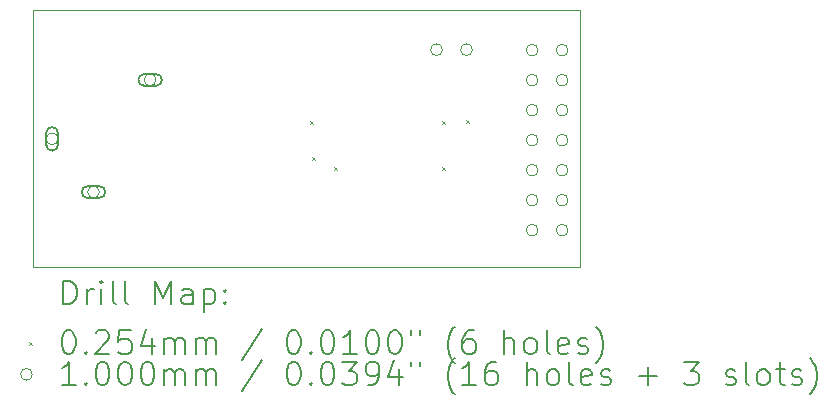
<source format=gbr>
%TF.GenerationSoftware,KiCad,Pcbnew,7.0.7*%
%TF.CreationDate,2023-09-21T17:56:14-04:00*%
%TF.ProjectId,Little_Master_Board,4c697474-6c65-45f4-9d61-737465725f42,rev?*%
%TF.SameCoordinates,Original*%
%TF.FileFunction,Drillmap*%
%TF.FilePolarity,Positive*%
%FSLAX45Y45*%
G04 Gerber Fmt 4.5, Leading zero omitted, Abs format (unit mm)*
G04 Created by KiCad (PCBNEW 7.0.7) date 2023-09-21 17:56:14*
%MOMM*%
%LPD*%
G01*
G04 APERTURE LIST*
%ADD10C,0.100000*%
%ADD11C,0.200000*%
%ADD12C,0.025400*%
G04 APERTURE END LIST*
D10*
X11170920Y-5821680D02*
X15798800Y-5821680D01*
X15798800Y-7995920D01*
X11170920Y-7995920D01*
X11170920Y-5821680D01*
D11*
D12*
X13512680Y-6756400D02*
X13538080Y-6781800D01*
X13538080Y-6756400D02*
X13512680Y-6781800D01*
X13530460Y-7066280D02*
X13555860Y-7091680D01*
X13555860Y-7066280D02*
X13530460Y-7091680D01*
X13715880Y-7152640D02*
X13741280Y-7178040D01*
X13741280Y-7152640D02*
X13715880Y-7178040D01*
X14630400Y-6760440D02*
X14655800Y-6785840D01*
X14655800Y-6760440D02*
X14630400Y-6785840D01*
X14630400Y-7150440D02*
X14655800Y-7175840D01*
X14655800Y-7150440D02*
X14630400Y-7175840D01*
X14833600Y-6753860D02*
X14859000Y-6779260D01*
X14859000Y-6753860D02*
X14833600Y-6779260D01*
D10*
X11383480Y-6911340D02*
G75*
G03*
X11383480Y-6911340I-50000J0D01*
G01*
D11*
X11283480Y-6861340D02*
X11283480Y-6961340D01*
X11283480Y-6961340D02*
G75*
G03*
X11383480Y-6961340I50000J0D01*
G01*
X11383480Y-6961340D02*
X11383480Y-6861340D01*
X11383480Y-6861340D02*
G75*
G03*
X11283480Y-6861340I-50000J0D01*
G01*
D10*
X11733480Y-7361340D02*
G75*
G03*
X11733480Y-7361340I-50000J0D01*
G01*
D11*
X11633480Y-7411340D02*
X11733480Y-7411340D01*
X11733480Y-7411340D02*
G75*
G03*
X11733480Y-7311340I0J50000D01*
G01*
X11733480Y-7311340D02*
X11633480Y-7311340D01*
X11633480Y-7311340D02*
G75*
G03*
X11633480Y-7411340I0J-50000D01*
G01*
D10*
X12213480Y-6411340D02*
G75*
G03*
X12213480Y-6411340I-50000J0D01*
G01*
D11*
X12113480Y-6461340D02*
X12213480Y-6461340D01*
X12213480Y-6461340D02*
G75*
G03*
X12213480Y-6361340I0J50000D01*
G01*
X12213480Y-6361340D02*
X12113480Y-6361340D01*
X12113480Y-6361340D02*
G75*
G03*
X12113480Y-6461340I0J-50000D01*
G01*
D10*
X14637720Y-6156960D02*
G75*
G03*
X14637720Y-6156960I-50000J0D01*
G01*
X14891720Y-6156960D02*
G75*
G03*
X14891720Y-6156960I-50000J0D01*
G01*
X15447480Y-6159500D02*
G75*
G03*
X15447480Y-6159500I-50000J0D01*
G01*
X15447480Y-6413500D02*
G75*
G03*
X15447480Y-6413500I-50000J0D01*
G01*
X15447480Y-6667500D02*
G75*
G03*
X15447480Y-6667500I-50000J0D01*
G01*
X15447480Y-6921500D02*
G75*
G03*
X15447480Y-6921500I-50000J0D01*
G01*
X15447480Y-7175500D02*
G75*
G03*
X15447480Y-7175500I-50000J0D01*
G01*
X15447480Y-7429500D02*
G75*
G03*
X15447480Y-7429500I-50000J0D01*
G01*
X15447480Y-7683500D02*
G75*
G03*
X15447480Y-7683500I-50000J0D01*
G01*
X15701480Y-6159500D02*
G75*
G03*
X15701480Y-6159500I-50000J0D01*
G01*
X15701480Y-6413500D02*
G75*
G03*
X15701480Y-6413500I-50000J0D01*
G01*
X15701480Y-6667500D02*
G75*
G03*
X15701480Y-6667500I-50000J0D01*
G01*
X15701480Y-6921500D02*
G75*
G03*
X15701480Y-6921500I-50000J0D01*
G01*
X15701480Y-7175500D02*
G75*
G03*
X15701480Y-7175500I-50000J0D01*
G01*
X15701480Y-7429500D02*
G75*
G03*
X15701480Y-7429500I-50000J0D01*
G01*
X15701480Y-7683500D02*
G75*
G03*
X15701480Y-7683500I-50000J0D01*
G01*
D11*
X11426697Y-8312404D02*
X11426697Y-8112404D01*
X11426697Y-8112404D02*
X11474316Y-8112404D01*
X11474316Y-8112404D02*
X11502887Y-8121928D01*
X11502887Y-8121928D02*
X11521935Y-8140975D01*
X11521935Y-8140975D02*
X11531459Y-8160023D01*
X11531459Y-8160023D02*
X11540982Y-8198118D01*
X11540982Y-8198118D02*
X11540982Y-8226689D01*
X11540982Y-8226689D02*
X11531459Y-8264785D01*
X11531459Y-8264785D02*
X11521935Y-8283832D01*
X11521935Y-8283832D02*
X11502887Y-8302880D01*
X11502887Y-8302880D02*
X11474316Y-8312404D01*
X11474316Y-8312404D02*
X11426697Y-8312404D01*
X11626697Y-8312404D02*
X11626697Y-8179070D01*
X11626697Y-8217166D02*
X11636221Y-8198118D01*
X11636221Y-8198118D02*
X11645744Y-8188594D01*
X11645744Y-8188594D02*
X11664792Y-8179070D01*
X11664792Y-8179070D02*
X11683840Y-8179070D01*
X11750506Y-8312404D02*
X11750506Y-8179070D01*
X11750506Y-8112404D02*
X11740982Y-8121928D01*
X11740982Y-8121928D02*
X11750506Y-8131451D01*
X11750506Y-8131451D02*
X11760030Y-8121928D01*
X11760030Y-8121928D02*
X11750506Y-8112404D01*
X11750506Y-8112404D02*
X11750506Y-8131451D01*
X11874316Y-8312404D02*
X11855268Y-8302880D01*
X11855268Y-8302880D02*
X11845744Y-8283832D01*
X11845744Y-8283832D02*
X11845744Y-8112404D01*
X11979078Y-8312404D02*
X11960030Y-8302880D01*
X11960030Y-8302880D02*
X11950506Y-8283832D01*
X11950506Y-8283832D02*
X11950506Y-8112404D01*
X12207649Y-8312404D02*
X12207649Y-8112404D01*
X12207649Y-8112404D02*
X12274316Y-8255261D01*
X12274316Y-8255261D02*
X12340982Y-8112404D01*
X12340982Y-8112404D02*
X12340982Y-8312404D01*
X12521935Y-8312404D02*
X12521935Y-8207642D01*
X12521935Y-8207642D02*
X12512411Y-8188594D01*
X12512411Y-8188594D02*
X12493363Y-8179070D01*
X12493363Y-8179070D02*
X12455268Y-8179070D01*
X12455268Y-8179070D02*
X12436221Y-8188594D01*
X12521935Y-8302880D02*
X12502887Y-8312404D01*
X12502887Y-8312404D02*
X12455268Y-8312404D01*
X12455268Y-8312404D02*
X12436221Y-8302880D01*
X12436221Y-8302880D02*
X12426697Y-8283832D01*
X12426697Y-8283832D02*
X12426697Y-8264785D01*
X12426697Y-8264785D02*
X12436221Y-8245737D01*
X12436221Y-8245737D02*
X12455268Y-8236213D01*
X12455268Y-8236213D02*
X12502887Y-8236213D01*
X12502887Y-8236213D02*
X12521935Y-8226689D01*
X12617173Y-8179070D02*
X12617173Y-8379070D01*
X12617173Y-8188594D02*
X12636221Y-8179070D01*
X12636221Y-8179070D02*
X12674316Y-8179070D01*
X12674316Y-8179070D02*
X12693363Y-8188594D01*
X12693363Y-8188594D02*
X12702887Y-8198118D01*
X12702887Y-8198118D02*
X12712411Y-8217166D01*
X12712411Y-8217166D02*
X12712411Y-8274308D01*
X12712411Y-8274308D02*
X12702887Y-8293356D01*
X12702887Y-8293356D02*
X12693363Y-8302880D01*
X12693363Y-8302880D02*
X12674316Y-8312404D01*
X12674316Y-8312404D02*
X12636221Y-8312404D01*
X12636221Y-8312404D02*
X12617173Y-8302880D01*
X12798125Y-8293356D02*
X12807649Y-8302880D01*
X12807649Y-8302880D02*
X12798125Y-8312404D01*
X12798125Y-8312404D02*
X12788602Y-8302880D01*
X12788602Y-8302880D02*
X12798125Y-8293356D01*
X12798125Y-8293356D02*
X12798125Y-8312404D01*
X12798125Y-8188594D02*
X12807649Y-8198118D01*
X12807649Y-8198118D02*
X12798125Y-8207642D01*
X12798125Y-8207642D02*
X12788602Y-8198118D01*
X12788602Y-8198118D02*
X12798125Y-8188594D01*
X12798125Y-8188594D02*
X12798125Y-8207642D01*
D12*
X11140520Y-8628220D02*
X11165920Y-8653620D01*
X11165920Y-8628220D02*
X11140520Y-8653620D01*
D11*
X11464792Y-8532404D02*
X11483840Y-8532404D01*
X11483840Y-8532404D02*
X11502887Y-8541928D01*
X11502887Y-8541928D02*
X11512411Y-8551451D01*
X11512411Y-8551451D02*
X11521935Y-8570499D01*
X11521935Y-8570499D02*
X11531459Y-8608594D01*
X11531459Y-8608594D02*
X11531459Y-8656213D01*
X11531459Y-8656213D02*
X11521935Y-8694309D01*
X11521935Y-8694309D02*
X11512411Y-8713356D01*
X11512411Y-8713356D02*
X11502887Y-8722880D01*
X11502887Y-8722880D02*
X11483840Y-8732404D01*
X11483840Y-8732404D02*
X11464792Y-8732404D01*
X11464792Y-8732404D02*
X11445744Y-8722880D01*
X11445744Y-8722880D02*
X11436221Y-8713356D01*
X11436221Y-8713356D02*
X11426697Y-8694309D01*
X11426697Y-8694309D02*
X11417173Y-8656213D01*
X11417173Y-8656213D02*
X11417173Y-8608594D01*
X11417173Y-8608594D02*
X11426697Y-8570499D01*
X11426697Y-8570499D02*
X11436221Y-8551451D01*
X11436221Y-8551451D02*
X11445744Y-8541928D01*
X11445744Y-8541928D02*
X11464792Y-8532404D01*
X11617173Y-8713356D02*
X11626697Y-8722880D01*
X11626697Y-8722880D02*
X11617173Y-8732404D01*
X11617173Y-8732404D02*
X11607649Y-8722880D01*
X11607649Y-8722880D02*
X11617173Y-8713356D01*
X11617173Y-8713356D02*
X11617173Y-8732404D01*
X11702887Y-8551451D02*
X11712411Y-8541928D01*
X11712411Y-8541928D02*
X11731459Y-8532404D01*
X11731459Y-8532404D02*
X11779078Y-8532404D01*
X11779078Y-8532404D02*
X11798125Y-8541928D01*
X11798125Y-8541928D02*
X11807649Y-8551451D01*
X11807649Y-8551451D02*
X11817173Y-8570499D01*
X11817173Y-8570499D02*
X11817173Y-8589547D01*
X11817173Y-8589547D02*
X11807649Y-8618118D01*
X11807649Y-8618118D02*
X11693363Y-8732404D01*
X11693363Y-8732404D02*
X11817173Y-8732404D01*
X11998125Y-8532404D02*
X11902887Y-8532404D01*
X11902887Y-8532404D02*
X11893363Y-8627642D01*
X11893363Y-8627642D02*
X11902887Y-8618118D01*
X11902887Y-8618118D02*
X11921935Y-8608594D01*
X11921935Y-8608594D02*
X11969554Y-8608594D01*
X11969554Y-8608594D02*
X11988602Y-8618118D01*
X11988602Y-8618118D02*
X11998125Y-8627642D01*
X11998125Y-8627642D02*
X12007649Y-8646690D01*
X12007649Y-8646690D02*
X12007649Y-8694309D01*
X12007649Y-8694309D02*
X11998125Y-8713356D01*
X11998125Y-8713356D02*
X11988602Y-8722880D01*
X11988602Y-8722880D02*
X11969554Y-8732404D01*
X11969554Y-8732404D02*
X11921935Y-8732404D01*
X11921935Y-8732404D02*
X11902887Y-8722880D01*
X11902887Y-8722880D02*
X11893363Y-8713356D01*
X12179078Y-8599070D02*
X12179078Y-8732404D01*
X12131459Y-8522880D02*
X12083840Y-8665737D01*
X12083840Y-8665737D02*
X12207649Y-8665737D01*
X12283840Y-8732404D02*
X12283840Y-8599070D01*
X12283840Y-8618118D02*
X12293363Y-8608594D01*
X12293363Y-8608594D02*
X12312411Y-8599070D01*
X12312411Y-8599070D02*
X12340983Y-8599070D01*
X12340983Y-8599070D02*
X12360030Y-8608594D01*
X12360030Y-8608594D02*
X12369554Y-8627642D01*
X12369554Y-8627642D02*
X12369554Y-8732404D01*
X12369554Y-8627642D02*
X12379078Y-8608594D01*
X12379078Y-8608594D02*
X12398125Y-8599070D01*
X12398125Y-8599070D02*
X12426697Y-8599070D01*
X12426697Y-8599070D02*
X12445744Y-8608594D01*
X12445744Y-8608594D02*
X12455268Y-8627642D01*
X12455268Y-8627642D02*
X12455268Y-8732404D01*
X12550506Y-8732404D02*
X12550506Y-8599070D01*
X12550506Y-8618118D02*
X12560030Y-8608594D01*
X12560030Y-8608594D02*
X12579078Y-8599070D01*
X12579078Y-8599070D02*
X12607649Y-8599070D01*
X12607649Y-8599070D02*
X12626697Y-8608594D01*
X12626697Y-8608594D02*
X12636221Y-8627642D01*
X12636221Y-8627642D02*
X12636221Y-8732404D01*
X12636221Y-8627642D02*
X12645744Y-8608594D01*
X12645744Y-8608594D02*
X12664792Y-8599070D01*
X12664792Y-8599070D02*
X12693363Y-8599070D01*
X12693363Y-8599070D02*
X12712411Y-8608594D01*
X12712411Y-8608594D02*
X12721935Y-8627642D01*
X12721935Y-8627642D02*
X12721935Y-8732404D01*
X13112411Y-8522880D02*
X12940983Y-8780023D01*
X13369554Y-8532404D02*
X13388602Y-8532404D01*
X13388602Y-8532404D02*
X13407649Y-8541928D01*
X13407649Y-8541928D02*
X13417173Y-8551451D01*
X13417173Y-8551451D02*
X13426697Y-8570499D01*
X13426697Y-8570499D02*
X13436221Y-8608594D01*
X13436221Y-8608594D02*
X13436221Y-8656213D01*
X13436221Y-8656213D02*
X13426697Y-8694309D01*
X13426697Y-8694309D02*
X13417173Y-8713356D01*
X13417173Y-8713356D02*
X13407649Y-8722880D01*
X13407649Y-8722880D02*
X13388602Y-8732404D01*
X13388602Y-8732404D02*
X13369554Y-8732404D01*
X13369554Y-8732404D02*
X13350506Y-8722880D01*
X13350506Y-8722880D02*
X13340983Y-8713356D01*
X13340983Y-8713356D02*
X13331459Y-8694309D01*
X13331459Y-8694309D02*
X13321935Y-8656213D01*
X13321935Y-8656213D02*
X13321935Y-8608594D01*
X13321935Y-8608594D02*
X13331459Y-8570499D01*
X13331459Y-8570499D02*
X13340983Y-8551451D01*
X13340983Y-8551451D02*
X13350506Y-8541928D01*
X13350506Y-8541928D02*
X13369554Y-8532404D01*
X13521935Y-8713356D02*
X13531459Y-8722880D01*
X13531459Y-8722880D02*
X13521935Y-8732404D01*
X13521935Y-8732404D02*
X13512411Y-8722880D01*
X13512411Y-8722880D02*
X13521935Y-8713356D01*
X13521935Y-8713356D02*
X13521935Y-8732404D01*
X13655268Y-8532404D02*
X13674316Y-8532404D01*
X13674316Y-8532404D02*
X13693364Y-8541928D01*
X13693364Y-8541928D02*
X13702887Y-8551451D01*
X13702887Y-8551451D02*
X13712411Y-8570499D01*
X13712411Y-8570499D02*
X13721935Y-8608594D01*
X13721935Y-8608594D02*
X13721935Y-8656213D01*
X13721935Y-8656213D02*
X13712411Y-8694309D01*
X13712411Y-8694309D02*
X13702887Y-8713356D01*
X13702887Y-8713356D02*
X13693364Y-8722880D01*
X13693364Y-8722880D02*
X13674316Y-8732404D01*
X13674316Y-8732404D02*
X13655268Y-8732404D01*
X13655268Y-8732404D02*
X13636221Y-8722880D01*
X13636221Y-8722880D02*
X13626697Y-8713356D01*
X13626697Y-8713356D02*
X13617173Y-8694309D01*
X13617173Y-8694309D02*
X13607649Y-8656213D01*
X13607649Y-8656213D02*
X13607649Y-8608594D01*
X13607649Y-8608594D02*
X13617173Y-8570499D01*
X13617173Y-8570499D02*
X13626697Y-8551451D01*
X13626697Y-8551451D02*
X13636221Y-8541928D01*
X13636221Y-8541928D02*
X13655268Y-8532404D01*
X13912411Y-8732404D02*
X13798126Y-8732404D01*
X13855268Y-8732404D02*
X13855268Y-8532404D01*
X13855268Y-8532404D02*
X13836221Y-8560975D01*
X13836221Y-8560975D02*
X13817173Y-8580023D01*
X13817173Y-8580023D02*
X13798126Y-8589547D01*
X14036221Y-8532404D02*
X14055268Y-8532404D01*
X14055268Y-8532404D02*
X14074316Y-8541928D01*
X14074316Y-8541928D02*
X14083840Y-8551451D01*
X14083840Y-8551451D02*
X14093364Y-8570499D01*
X14093364Y-8570499D02*
X14102887Y-8608594D01*
X14102887Y-8608594D02*
X14102887Y-8656213D01*
X14102887Y-8656213D02*
X14093364Y-8694309D01*
X14093364Y-8694309D02*
X14083840Y-8713356D01*
X14083840Y-8713356D02*
X14074316Y-8722880D01*
X14074316Y-8722880D02*
X14055268Y-8732404D01*
X14055268Y-8732404D02*
X14036221Y-8732404D01*
X14036221Y-8732404D02*
X14017173Y-8722880D01*
X14017173Y-8722880D02*
X14007649Y-8713356D01*
X14007649Y-8713356D02*
X13998126Y-8694309D01*
X13998126Y-8694309D02*
X13988602Y-8656213D01*
X13988602Y-8656213D02*
X13988602Y-8608594D01*
X13988602Y-8608594D02*
X13998126Y-8570499D01*
X13998126Y-8570499D02*
X14007649Y-8551451D01*
X14007649Y-8551451D02*
X14017173Y-8541928D01*
X14017173Y-8541928D02*
X14036221Y-8532404D01*
X14226697Y-8532404D02*
X14245745Y-8532404D01*
X14245745Y-8532404D02*
X14264792Y-8541928D01*
X14264792Y-8541928D02*
X14274316Y-8551451D01*
X14274316Y-8551451D02*
X14283840Y-8570499D01*
X14283840Y-8570499D02*
X14293364Y-8608594D01*
X14293364Y-8608594D02*
X14293364Y-8656213D01*
X14293364Y-8656213D02*
X14283840Y-8694309D01*
X14283840Y-8694309D02*
X14274316Y-8713356D01*
X14274316Y-8713356D02*
X14264792Y-8722880D01*
X14264792Y-8722880D02*
X14245745Y-8732404D01*
X14245745Y-8732404D02*
X14226697Y-8732404D01*
X14226697Y-8732404D02*
X14207649Y-8722880D01*
X14207649Y-8722880D02*
X14198126Y-8713356D01*
X14198126Y-8713356D02*
X14188602Y-8694309D01*
X14188602Y-8694309D02*
X14179078Y-8656213D01*
X14179078Y-8656213D02*
X14179078Y-8608594D01*
X14179078Y-8608594D02*
X14188602Y-8570499D01*
X14188602Y-8570499D02*
X14198126Y-8551451D01*
X14198126Y-8551451D02*
X14207649Y-8541928D01*
X14207649Y-8541928D02*
X14226697Y-8532404D01*
X14369554Y-8532404D02*
X14369554Y-8570499D01*
X14445745Y-8532404D02*
X14445745Y-8570499D01*
X14740983Y-8808594D02*
X14731459Y-8799070D01*
X14731459Y-8799070D02*
X14712411Y-8770499D01*
X14712411Y-8770499D02*
X14702888Y-8751451D01*
X14702888Y-8751451D02*
X14693364Y-8722880D01*
X14693364Y-8722880D02*
X14683840Y-8675261D01*
X14683840Y-8675261D02*
X14683840Y-8637166D01*
X14683840Y-8637166D02*
X14693364Y-8589547D01*
X14693364Y-8589547D02*
X14702888Y-8560975D01*
X14702888Y-8560975D02*
X14712411Y-8541928D01*
X14712411Y-8541928D02*
X14731459Y-8513356D01*
X14731459Y-8513356D02*
X14740983Y-8503832D01*
X14902888Y-8532404D02*
X14864792Y-8532404D01*
X14864792Y-8532404D02*
X14845745Y-8541928D01*
X14845745Y-8541928D02*
X14836221Y-8551451D01*
X14836221Y-8551451D02*
X14817173Y-8580023D01*
X14817173Y-8580023D02*
X14807649Y-8618118D01*
X14807649Y-8618118D02*
X14807649Y-8694309D01*
X14807649Y-8694309D02*
X14817173Y-8713356D01*
X14817173Y-8713356D02*
X14826697Y-8722880D01*
X14826697Y-8722880D02*
X14845745Y-8732404D01*
X14845745Y-8732404D02*
X14883840Y-8732404D01*
X14883840Y-8732404D02*
X14902888Y-8722880D01*
X14902888Y-8722880D02*
X14912411Y-8713356D01*
X14912411Y-8713356D02*
X14921935Y-8694309D01*
X14921935Y-8694309D02*
X14921935Y-8646690D01*
X14921935Y-8646690D02*
X14912411Y-8627642D01*
X14912411Y-8627642D02*
X14902888Y-8618118D01*
X14902888Y-8618118D02*
X14883840Y-8608594D01*
X14883840Y-8608594D02*
X14845745Y-8608594D01*
X14845745Y-8608594D02*
X14826697Y-8618118D01*
X14826697Y-8618118D02*
X14817173Y-8627642D01*
X14817173Y-8627642D02*
X14807649Y-8646690D01*
X15160030Y-8732404D02*
X15160030Y-8532404D01*
X15245745Y-8732404D02*
X15245745Y-8627642D01*
X15245745Y-8627642D02*
X15236221Y-8608594D01*
X15236221Y-8608594D02*
X15217173Y-8599070D01*
X15217173Y-8599070D02*
X15188602Y-8599070D01*
X15188602Y-8599070D02*
X15169554Y-8608594D01*
X15169554Y-8608594D02*
X15160030Y-8618118D01*
X15369554Y-8732404D02*
X15350507Y-8722880D01*
X15350507Y-8722880D02*
X15340983Y-8713356D01*
X15340983Y-8713356D02*
X15331459Y-8694309D01*
X15331459Y-8694309D02*
X15331459Y-8637166D01*
X15331459Y-8637166D02*
X15340983Y-8618118D01*
X15340983Y-8618118D02*
X15350507Y-8608594D01*
X15350507Y-8608594D02*
X15369554Y-8599070D01*
X15369554Y-8599070D02*
X15398126Y-8599070D01*
X15398126Y-8599070D02*
X15417173Y-8608594D01*
X15417173Y-8608594D02*
X15426697Y-8618118D01*
X15426697Y-8618118D02*
X15436221Y-8637166D01*
X15436221Y-8637166D02*
X15436221Y-8694309D01*
X15436221Y-8694309D02*
X15426697Y-8713356D01*
X15426697Y-8713356D02*
X15417173Y-8722880D01*
X15417173Y-8722880D02*
X15398126Y-8732404D01*
X15398126Y-8732404D02*
X15369554Y-8732404D01*
X15550507Y-8732404D02*
X15531459Y-8722880D01*
X15531459Y-8722880D02*
X15521935Y-8703832D01*
X15521935Y-8703832D02*
X15521935Y-8532404D01*
X15702888Y-8722880D02*
X15683840Y-8732404D01*
X15683840Y-8732404D02*
X15645745Y-8732404D01*
X15645745Y-8732404D02*
X15626697Y-8722880D01*
X15626697Y-8722880D02*
X15617173Y-8703832D01*
X15617173Y-8703832D02*
X15617173Y-8627642D01*
X15617173Y-8627642D02*
X15626697Y-8608594D01*
X15626697Y-8608594D02*
X15645745Y-8599070D01*
X15645745Y-8599070D02*
X15683840Y-8599070D01*
X15683840Y-8599070D02*
X15702888Y-8608594D01*
X15702888Y-8608594D02*
X15712411Y-8627642D01*
X15712411Y-8627642D02*
X15712411Y-8646690D01*
X15712411Y-8646690D02*
X15617173Y-8665737D01*
X15788602Y-8722880D02*
X15807650Y-8732404D01*
X15807650Y-8732404D02*
X15845745Y-8732404D01*
X15845745Y-8732404D02*
X15864792Y-8722880D01*
X15864792Y-8722880D02*
X15874316Y-8703832D01*
X15874316Y-8703832D02*
X15874316Y-8694309D01*
X15874316Y-8694309D02*
X15864792Y-8675261D01*
X15864792Y-8675261D02*
X15845745Y-8665737D01*
X15845745Y-8665737D02*
X15817173Y-8665737D01*
X15817173Y-8665737D02*
X15798126Y-8656213D01*
X15798126Y-8656213D02*
X15788602Y-8637166D01*
X15788602Y-8637166D02*
X15788602Y-8627642D01*
X15788602Y-8627642D02*
X15798126Y-8608594D01*
X15798126Y-8608594D02*
X15817173Y-8599070D01*
X15817173Y-8599070D02*
X15845745Y-8599070D01*
X15845745Y-8599070D02*
X15864792Y-8608594D01*
X15940983Y-8808594D02*
X15950507Y-8799070D01*
X15950507Y-8799070D02*
X15969554Y-8770499D01*
X15969554Y-8770499D02*
X15979078Y-8751451D01*
X15979078Y-8751451D02*
X15988602Y-8722880D01*
X15988602Y-8722880D02*
X15998126Y-8675261D01*
X15998126Y-8675261D02*
X15998126Y-8637166D01*
X15998126Y-8637166D02*
X15988602Y-8589547D01*
X15988602Y-8589547D02*
X15979078Y-8560975D01*
X15979078Y-8560975D02*
X15969554Y-8541928D01*
X15969554Y-8541928D02*
X15950507Y-8513356D01*
X15950507Y-8513356D02*
X15940983Y-8503832D01*
D10*
X11165920Y-8904920D02*
G75*
G03*
X11165920Y-8904920I-50000J0D01*
G01*
D11*
X11531459Y-8996404D02*
X11417173Y-8996404D01*
X11474316Y-8996404D02*
X11474316Y-8796404D01*
X11474316Y-8796404D02*
X11455268Y-8824975D01*
X11455268Y-8824975D02*
X11436221Y-8844023D01*
X11436221Y-8844023D02*
X11417173Y-8853547D01*
X11617173Y-8977356D02*
X11626697Y-8986880D01*
X11626697Y-8986880D02*
X11617173Y-8996404D01*
X11617173Y-8996404D02*
X11607649Y-8986880D01*
X11607649Y-8986880D02*
X11617173Y-8977356D01*
X11617173Y-8977356D02*
X11617173Y-8996404D01*
X11750506Y-8796404D02*
X11769554Y-8796404D01*
X11769554Y-8796404D02*
X11788602Y-8805928D01*
X11788602Y-8805928D02*
X11798125Y-8815451D01*
X11798125Y-8815451D02*
X11807649Y-8834499D01*
X11807649Y-8834499D02*
X11817173Y-8872594D01*
X11817173Y-8872594D02*
X11817173Y-8920213D01*
X11817173Y-8920213D02*
X11807649Y-8958309D01*
X11807649Y-8958309D02*
X11798125Y-8977356D01*
X11798125Y-8977356D02*
X11788602Y-8986880D01*
X11788602Y-8986880D02*
X11769554Y-8996404D01*
X11769554Y-8996404D02*
X11750506Y-8996404D01*
X11750506Y-8996404D02*
X11731459Y-8986880D01*
X11731459Y-8986880D02*
X11721935Y-8977356D01*
X11721935Y-8977356D02*
X11712411Y-8958309D01*
X11712411Y-8958309D02*
X11702887Y-8920213D01*
X11702887Y-8920213D02*
X11702887Y-8872594D01*
X11702887Y-8872594D02*
X11712411Y-8834499D01*
X11712411Y-8834499D02*
X11721935Y-8815451D01*
X11721935Y-8815451D02*
X11731459Y-8805928D01*
X11731459Y-8805928D02*
X11750506Y-8796404D01*
X11940982Y-8796404D02*
X11960030Y-8796404D01*
X11960030Y-8796404D02*
X11979078Y-8805928D01*
X11979078Y-8805928D02*
X11988602Y-8815451D01*
X11988602Y-8815451D02*
X11998125Y-8834499D01*
X11998125Y-8834499D02*
X12007649Y-8872594D01*
X12007649Y-8872594D02*
X12007649Y-8920213D01*
X12007649Y-8920213D02*
X11998125Y-8958309D01*
X11998125Y-8958309D02*
X11988602Y-8977356D01*
X11988602Y-8977356D02*
X11979078Y-8986880D01*
X11979078Y-8986880D02*
X11960030Y-8996404D01*
X11960030Y-8996404D02*
X11940982Y-8996404D01*
X11940982Y-8996404D02*
X11921935Y-8986880D01*
X11921935Y-8986880D02*
X11912411Y-8977356D01*
X11912411Y-8977356D02*
X11902887Y-8958309D01*
X11902887Y-8958309D02*
X11893363Y-8920213D01*
X11893363Y-8920213D02*
X11893363Y-8872594D01*
X11893363Y-8872594D02*
X11902887Y-8834499D01*
X11902887Y-8834499D02*
X11912411Y-8815451D01*
X11912411Y-8815451D02*
X11921935Y-8805928D01*
X11921935Y-8805928D02*
X11940982Y-8796404D01*
X12131459Y-8796404D02*
X12150506Y-8796404D01*
X12150506Y-8796404D02*
X12169554Y-8805928D01*
X12169554Y-8805928D02*
X12179078Y-8815451D01*
X12179078Y-8815451D02*
X12188602Y-8834499D01*
X12188602Y-8834499D02*
X12198125Y-8872594D01*
X12198125Y-8872594D02*
X12198125Y-8920213D01*
X12198125Y-8920213D02*
X12188602Y-8958309D01*
X12188602Y-8958309D02*
X12179078Y-8977356D01*
X12179078Y-8977356D02*
X12169554Y-8986880D01*
X12169554Y-8986880D02*
X12150506Y-8996404D01*
X12150506Y-8996404D02*
X12131459Y-8996404D01*
X12131459Y-8996404D02*
X12112411Y-8986880D01*
X12112411Y-8986880D02*
X12102887Y-8977356D01*
X12102887Y-8977356D02*
X12093363Y-8958309D01*
X12093363Y-8958309D02*
X12083840Y-8920213D01*
X12083840Y-8920213D02*
X12083840Y-8872594D01*
X12083840Y-8872594D02*
X12093363Y-8834499D01*
X12093363Y-8834499D02*
X12102887Y-8815451D01*
X12102887Y-8815451D02*
X12112411Y-8805928D01*
X12112411Y-8805928D02*
X12131459Y-8796404D01*
X12283840Y-8996404D02*
X12283840Y-8863070D01*
X12283840Y-8882118D02*
X12293363Y-8872594D01*
X12293363Y-8872594D02*
X12312411Y-8863070D01*
X12312411Y-8863070D02*
X12340983Y-8863070D01*
X12340983Y-8863070D02*
X12360030Y-8872594D01*
X12360030Y-8872594D02*
X12369554Y-8891642D01*
X12369554Y-8891642D02*
X12369554Y-8996404D01*
X12369554Y-8891642D02*
X12379078Y-8872594D01*
X12379078Y-8872594D02*
X12398125Y-8863070D01*
X12398125Y-8863070D02*
X12426697Y-8863070D01*
X12426697Y-8863070D02*
X12445744Y-8872594D01*
X12445744Y-8872594D02*
X12455268Y-8891642D01*
X12455268Y-8891642D02*
X12455268Y-8996404D01*
X12550506Y-8996404D02*
X12550506Y-8863070D01*
X12550506Y-8882118D02*
X12560030Y-8872594D01*
X12560030Y-8872594D02*
X12579078Y-8863070D01*
X12579078Y-8863070D02*
X12607649Y-8863070D01*
X12607649Y-8863070D02*
X12626697Y-8872594D01*
X12626697Y-8872594D02*
X12636221Y-8891642D01*
X12636221Y-8891642D02*
X12636221Y-8996404D01*
X12636221Y-8891642D02*
X12645744Y-8872594D01*
X12645744Y-8872594D02*
X12664792Y-8863070D01*
X12664792Y-8863070D02*
X12693363Y-8863070D01*
X12693363Y-8863070D02*
X12712411Y-8872594D01*
X12712411Y-8872594D02*
X12721935Y-8891642D01*
X12721935Y-8891642D02*
X12721935Y-8996404D01*
X13112411Y-8786880D02*
X12940983Y-9044023D01*
X13369554Y-8796404D02*
X13388602Y-8796404D01*
X13388602Y-8796404D02*
X13407649Y-8805928D01*
X13407649Y-8805928D02*
X13417173Y-8815451D01*
X13417173Y-8815451D02*
X13426697Y-8834499D01*
X13426697Y-8834499D02*
X13436221Y-8872594D01*
X13436221Y-8872594D02*
X13436221Y-8920213D01*
X13436221Y-8920213D02*
X13426697Y-8958309D01*
X13426697Y-8958309D02*
X13417173Y-8977356D01*
X13417173Y-8977356D02*
X13407649Y-8986880D01*
X13407649Y-8986880D02*
X13388602Y-8996404D01*
X13388602Y-8996404D02*
X13369554Y-8996404D01*
X13369554Y-8996404D02*
X13350506Y-8986880D01*
X13350506Y-8986880D02*
X13340983Y-8977356D01*
X13340983Y-8977356D02*
X13331459Y-8958309D01*
X13331459Y-8958309D02*
X13321935Y-8920213D01*
X13321935Y-8920213D02*
X13321935Y-8872594D01*
X13321935Y-8872594D02*
X13331459Y-8834499D01*
X13331459Y-8834499D02*
X13340983Y-8815451D01*
X13340983Y-8815451D02*
X13350506Y-8805928D01*
X13350506Y-8805928D02*
X13369554Y-8796404D01*
X13521935Y-8977356D02*
X13531459Y-8986880D01*
X13531459Y-8986880D02*
X13521935Y-8996404D01*
X13521935Y-8996404D02*
X13512411Y-8986880D01*
X13512411Y-8986880D02*
X13521935Y-8977356D01*
X13521935Y-8977356D02*
X13521935Y-8996404D01*
X13655268Y-8796404D02*
X13674316Y-8796404D01*
X13674316Y-8796404D02*
X13693364Y-8805928D01*
X13693364Y-8805928D02*
X13702887Y-8815451D01*
X13702887Y-8815451D02*
X13712411Y-8834499D01*
X13712411Y-8834499D02*
X13721935Y-8872594D01*
X13721935Y-8872594D02*
X13721935Y-8920213D01*
X13721935Y-8920213D02*
X13712411Y-8958309D01*
X13712411Y-8958309D02*
X13702887Y-8977356D01*
X13702887Y-8977356D02*
X13693364Y-8986880D01*
X13693364Y-8986880D02*
X13674316Y-8996404D01*
X13674316Y-8996404D02*
X13655268Y-8996404D01*
X13655268Y-8996404D02*
X13636221Y-8986880D01*
X13636221Y-8986880D02*
X13626697Y-8977356D01*
X13626697Y-8977356D02*
X13617173Y-8958309D01*
X13617173Y-8958309D02*
X13607649Y-8920213D01*
X13607649Y-8920213D02*
X13607649Y-8872594D01*
X13607649Y-8872594D02*
X13617173Y-8834499D01*
X13617173Y-8834499D02*
X13626697Y-8815451D01*
X13626697Y-8815451D02*
X13636221Y-8805928D01*
X13636221Y-8805928D02*
X13655268Y-8796404D01*
X13788602Y-8796404D02*
X13912411Y-8796404D01*
X13912411Y-8796404D02*
X13845745Y-8872594D01*
X13845745Y-8872594D02*
X13874316Y-8872594D01*
X13874316Y-8872594D02*
X13893364Y-8882118D01*
X13893364Y-8882118D02*
X13902887Y-8891642D01*
X13902887Y-8891642D02*
X13912411Y-8910690D01*
X13912411Y-8910690D02*
X13912411Y-8958309D01*
X13912411Y-8958309D02*
X13902887Y-8977356D01*
X13902887Y-8977356D02*
X13893364Y-8986880D01*
X13893364Y-8986880D02*
X13874316Y-8996404D01*
X13874316Y-8996404D02*
X13817173Y-8996404D01*
X13817173Y-8996404D02*
X13798126Y-8986880D01*
X13798126Y-8986880D02*
X13788602Y-8977356D01*
X14007649Y-8996404D02*
X14045745Y-8996404D01*
X14045745Y-8996404D02*
X14064792Y-8986880D01*
X14064792Y-8986880D02*
X14074316Y-8977356D01*
X14074316Y-8977356D02*
X14093364Y-8948785D01*
X14093364Y-8948785D02*
X14102887Y-8910690D01*
X14102887Y-8910690D02*
X14102887Y-8834499D01*
X14102887Y-8834499D02*
X14093364Y-8815451D01*
X14093364Y-8815451D02*
X14083840Y-8805928D01*
X14083840Y-8805928D02*
X14064792Y-8796404D01*
X14064792Y-8796404D02*
X14026697Y-8796404D01*
X14026697Y-8796404D02*
X14007649Y-8805928D01*
X14007649Y-8805928D02*
X13998126Y-8815451D01*
X13998126Y-8815451D02*
X13988602Y-8834499D01*
X13988602Y-8834499D02*
X13988602Y-8882118D01*
X13988602Y-8882118D02*
X13998126Y-8901166D01*
X13998126Y-8901166D02*
X14007649Y-8910690D01*
X14007649Y-8910690D02*
X14026697Y-8920213D01*
X14026697Y-8920213D02*
X14064792Y-8920213D01*
X14064792Y-8920213D02*
X14083840Y-8910690D01*
X14083840Y-8910690D02*
X14093364Y-8901166D01*
X14093364Y-8901166D02*
X14102887Y-8882118D01*
X14274316Y-8863070D02*
X14274316Y-8996404D01*
X14226697Y-8786880D02*
X14179078Y-8929737D01*
X14179078Y-8929737D02*
X14302887Y-8929737D01*
X14369554Y-8796404D02*
X14369554Y-8834499D01*
X14445745Y-8796404D02*
X14445745Y-8834499D01*
X14740983Y-9072594D02*
X14731459Y-9063070D01*
X14731459Y-9063070D02*
X14712411Y-9034499D01*
X14712411Y-9034499D02*
X14702888Y-9015451D01*
X14702888Y-9015451D02*
X14693364Y-8986880D01*
X14693364Y-8986880D02*
X14683840Y-8939261D01*
X14683840Y-8939261D02*
X14683840Y-8901166D01*
X14683840Y-8901166D02*
X14693364Y-8853547D01*
X14693364Y-8853547D02*
X14702888Y-8824975D01*
X14702888Y-8824975D02*
X14712411Y-8805928D01*
X14712411Y-8805928D02*
X14731459Y-8777356D01*
X14731459Y-8777356D02*
X14740983Y-8767832D01*
X14921935Y-8996404D02*
X14807649Y-8996404D01*
X14864792Y-8996404D02*
X14864792Y-8796404D01*
X14864792Y-8796404D02*
X14845745Y-8824975D01*
X14845745Y-8824975D02*
X14826697Y-8844023D01*
X14826697Y-8844023D02*
X14807649Y-8853547D01*
X15093364Y-8796404D02*
X15055268Y-8796404D01*
X15055268Y-8796404D02*
X15036221Y-8805928D01*
X15036221Y-8805928D02*
X15026697Y-8815451D01*
X15026697Y-8815451D02*
X15007649Y-8844023D01*
X15007649Y-8844023D02*
X14998126Y-8882118D01*
X14998126Y-8882118D02*
X14998126Y-8958309D01*
X14998126Y-8958309D02*
X15007649Y-8977356D01*
X15007649Y-8977356D02*
X15017173Y-8986880D01*
X15017173Y-8986880D02*
X15036221Y-8996404D01*
X15036221Y-8996404D02*
X15074316Y-8996404D01*
X15074316Y-8996404D02*
X15093364Y-8986880D01*
X15093364Y-8986880D02*
X15102888Y-8977356D01*
X15102888Y-8977356D02*
X15112411Y-8958309D01*
X15112411Y-8958309D02*
X15112411Y-8910690D01*
X15112411Y-8910690D02*
X15102888Y-8891642D01*
X15102888Y-8891642D02*
X15093364Y-8882118D01*
X15093364Y-8882118D02*
X15074316Y-8872594D01*
X15074316Y-8872594D02*
X15036221Y-8872594D01*
X15036221Y-8872594D02*
X15017173Y-8882118D01*
X15017173Y-8882118D02*
X15007649Y-8891642D01*
X15007649Y-8891642D02*
X14998126Y-8910690D01*
X15350507Y-8996404D02*
X15350507Y-8796404D01*
X15436221Y-8996404D02*
X15436221Y-8891642D01*
X15436221Y-8891642D02*
X15426697Y-8872594D01*
X15426697Y-8872594D02*
X15407650Y-8863070D01*
X15407650Y-8863070D02*
X15379078Y-8863070D01*
X15379078Y-8863070D02*
X15360030Y-8872594D01*
X15360030Y-8872594D02*
X15350507Y-8882118D01*
X15560030Y-8996404D02*
X15540983Y-8986880D01*
X15540983Y-8986880D02*
X15531459Y-8977356D01*
X15531459Y-8977356D02*
X15521935Y-8958309D01*
X15521935Y-8958309D02*
X15521935Y-8901166D01*
X15521935Y-8901166D02*
X15531459Y-8882118D01*
X15531459Y-8882118D02*
X15540983Y-8872594D01*
X15540983Y-8872594D02*
X15560030Y-8863070D01*
X15560030Y-8863070D02*
X15588602Y-8863070D01*
X15588602Y-8863070D02*
X15607650Y-8872594D01*
X15607650Y-8872594D02*
X15617173Y-8882118D01*
X15617173Y-8882118D02*
X15626697Y-8901166D01*
X15626697Y-8901166D02*
X15626697Y-8958309D01*
X15626697Y-8958309D02*
X15617173Y-8977356D01*
X15617173Y-8977356D02*
X15607650Y-8986880D01*
X15607650Y-8986880D02*
X15588602Y-8996404D01*
X15588602Y-8996404D02*
X15560030Y-8996404D01*
X15740983Y-8996404D02*
X15721935Y-8986880D01*
X15721935Y-8986880D02*
X15712411Y-8967832D01*
X15712411Y-8967832D02*
X15712411Y-8796404D01*
X15893364Y-8986880D02*
X15874316Y-8996404D01*
X15874316Y-8996404D02*
X15836221Y-8996404D01*
X15836221Y-8996404D02*
X15817173Y-8986880D01*
X15817173Y-8986880D02*
X15807650Y-8967832D01*
X15807650Y-8967832D02*
X15807650Y-8891642D01*
X15807650Y-8891642D02*
X15817173Y-8872594D01*
X15817173Y-8872594D02*
X15836221Y-8863070D01*
X15836221Y-8863070D02*
X15874316Y-8863070D01*
X15874316Y-8863070D02*
X15893364Y-8872594D01*
X15893364Y-8872594D02*
X15902888Y-8891642D01*
X15902888Y-8891642D02*
X15902888Y-8910690D01*
X15902888Y-8910690D02*
X15807650Y-8929737D01*
X15979078Y-8986880D02*
X15998126Y-8996404D01*
X15998126Y-8996404D02*
X16036221Y-8996404D01*
X16036221Y-8996404D02*
X16055269Y-8986880D01*
X16055269Y-8986880D02*
X16064792Y-8967832D01*
X16064792Y-8967832D02*
X16064792Y-8958309D01*
X16064792Y-8958309D02*
X16055269Y-8939261D01*
X16055269Y-8939261D02*
X16036221Y-8929737D01*
X16036221Y-8929737D02*
X16007650Y-8929737D01*
X16007650Y-8929737D02*
X15988602Y-8920213D01*
X15988602Y-8920213D02*
X15979078Y-8901166D01*
X15979078Y-8901166D02*
X15979078Y-8891642D01*
X15979078Y-8891642D02*
X15988602Y-8872594D01*
X15988602Y-8872594D02*
X16007650Y-8863070D01*
X16007650Y-8863070D02*
X16036221Y-8863070D01*
X16036221Y-8863070D02*
X16055269Y-8872594D01*
X16302888Y-8920213D02*
X16455269Y-8920213D01*
X16379078Y-8996404D02*
X16379078Y-8844023D01*
X16683840Y-8796404D02*
X16807650Y-8796404D01*
X16807650Y-8796404D02*
X16740983Y-8872594D01*
X16740983Y-8872594D02*
X16769554Y-8872594D01*
X16769554Y-8872594D02*
X16788602Y-8882118D01*
X16788602Y-8882118D02*
X16798126Y-8891642D01*
X16798126Y-8891642D02*
X16807650Y-8910690D01*
X16807650Y-8910690D02*
X16807650Y-8958309D01*
X16807650Y-8958309D02*
X16798126Y-8977356D01*
X16798126Y-8977356D02*
X16788602Y-8986880D01*
X16788602Y-8986880D02*
X16769554Y-8996404D01*
X16769554Y-8996404D02*
X16712412Y-8996404D01*
X16712412Y-8996404D02*
X16693364Y-8986880D01*
X16693364Y-8986880D02*
X16683840Y-8977356D01*
X17036221Y-8986880D02*
X17055269Y-8996404D01*
X17055269Y-8996404D02*
X17093364Y-8996404D01*
X17093364Y-8996404D02*
X17112412Y-8986880D01*
X17112412Y-8986880D02*
X17121936Y-8967832D01*
X17121936Y-8967832D02*
X17121936Y-8958309D01*
X17121936Y-8958309D02*
X17112412Y-8939261D01*
X17112412Y-8939261D02*
X17093364Y-8929737D01*
X17093364Y-8929737D02*
X17064793Y-8929737D01*
X17064793Y-8929737D02*
X17045745Y-8920213D01*
X17045745Y-8920213D02*
X17036221Y-8901166D01*
X17036221Y-8901166D02*
X17036221Y-8891642D01*
X17036221Y-8891642D02*
X17045745Y-8872594D01*
X17045745Y-8872594D02*
X17064793Y-8863070D01*
X17064793Y-8863070D02*
X17093364Y-8863070D01*
X17093364Y-8863070D02*
X17112412Y-8872594D01*
X17236221Y-8996404D02*
X17217174Y-8986880D01*
X17217174Y-8986880D02*
X17207650Y-8967832D01*
X17207650Y-8967832D02*
X17207650Y-8796404D01*
X17340983Y-8996404D02*
X17321936Y-8986880D01*
X17321936Y-8986880D02*
X17312412Y-8977356D01*
X17312412Y-8977356D02*
X17302888Y-8958309D01*
X17302888Y-8958309D02*
X17302888Y-8901166D01*
X17302888Y-8901166D02*
X17312412Y-8882118D01*
X17312412Y-8882118D02*
X17321936Y-8872594D01*
X17321936Y-8872594D02*
X17340983Y-8863070D01*
X17340983Y-8863070D02*
X17369555Y-8863070D01*
X17369555Y-8863070D02*
X17388602Y-8872594D01*
X17388602Y-8872594D02*
X17398126Y-8882118D01*
X17398126Y-8882118D02*
X17407650Y-8901166D01*
X17407650Y-8901166D02*
X17407650Y-8958309D01*
X17407650Y-8958309D02*
X17398126Y-8977356D01*
X17398126Y-8977356D02*
X17388602Y-8986880D01*
X17388602Y-8986880D02*
X17369555Y-8996404D01*
X17369555Y-8996404D02*
X17340983Y-8996404D01*
X17464793Y-8863070D02*
X17540983Y-8863070D01*
X17493364Y-8796404D02*
X17493364Y-8967832D01*
X17493364Y-8967832D02*
X17502888Y-8986880D01*
X17502888Y-8986880D02*
X17521936Y-8996404D01*
X17521936Y-8996404D02*
X17540983Y-8996404D01*
X17598126Y-8986880D02*
X17617174Y-8996404D01*
X17617174Y-8996404D02*
X17655269Y-8996404D01*
X17655269Y-8996404D02*
X17674317Y-8986880D01*
X17674317Y-8986880D02*
X17683840Y-8967832D01*
X17683840Y-8967832D02*
X17683840Y-8958309D01*
X17683840Y-8958309D02*
X17674317Y-8939261D01*
X17674317Y-8939261D02*
X17655269Y-8929737D01*
X17655269Y-8929737D02*
X17626697Y-8929737D01*
X17626697Y-8929737D02*
X17607650Y-8920213D01*
X17607650Y-8920213D02*
X17598126Y-8901166D01*
X17598126Y-8901166D02*
X17598126Y-8891642D01*
X17598126Y-8891642D02*
X17607650Y-8872594D01*
X17607650Y-8872594D02*
X17626697Y-8863070D01*
X17626697Y-8863070D02*
X17655269Y-8863070D01*
X17655269Y-8863070D02*
X17674317Y-8872594D01*
X17750507Y-9072594D02*
X17760031Y-9063070D01*
X17760031Y-9063070D02*
X17779078Y-9034499D01*
X17779078Y-9034499D02*
X17788602Y-9015451D01*
X17788602Y-9015451D02*
X17798126Y-8986880D01*
X17798126Y-8986880D02*
X17807650Y-8939261D01*
X17807650Y-8939261D02*
X17807650Y-8901166D01*
X17807650Y-8901166D02*
X17798126Y-8853547D01*
X17798126Y-8853547D02*
X17788602Y-8824975D01*
X17788602Y-8824975D02*
X17779078Y-8805928D01*
X17779078Y-8805928D02*
X17760031Y-8777356D01*
X17760031Y-8777356D02*
X17750507Y-8767832D01*
M02*

</source>
